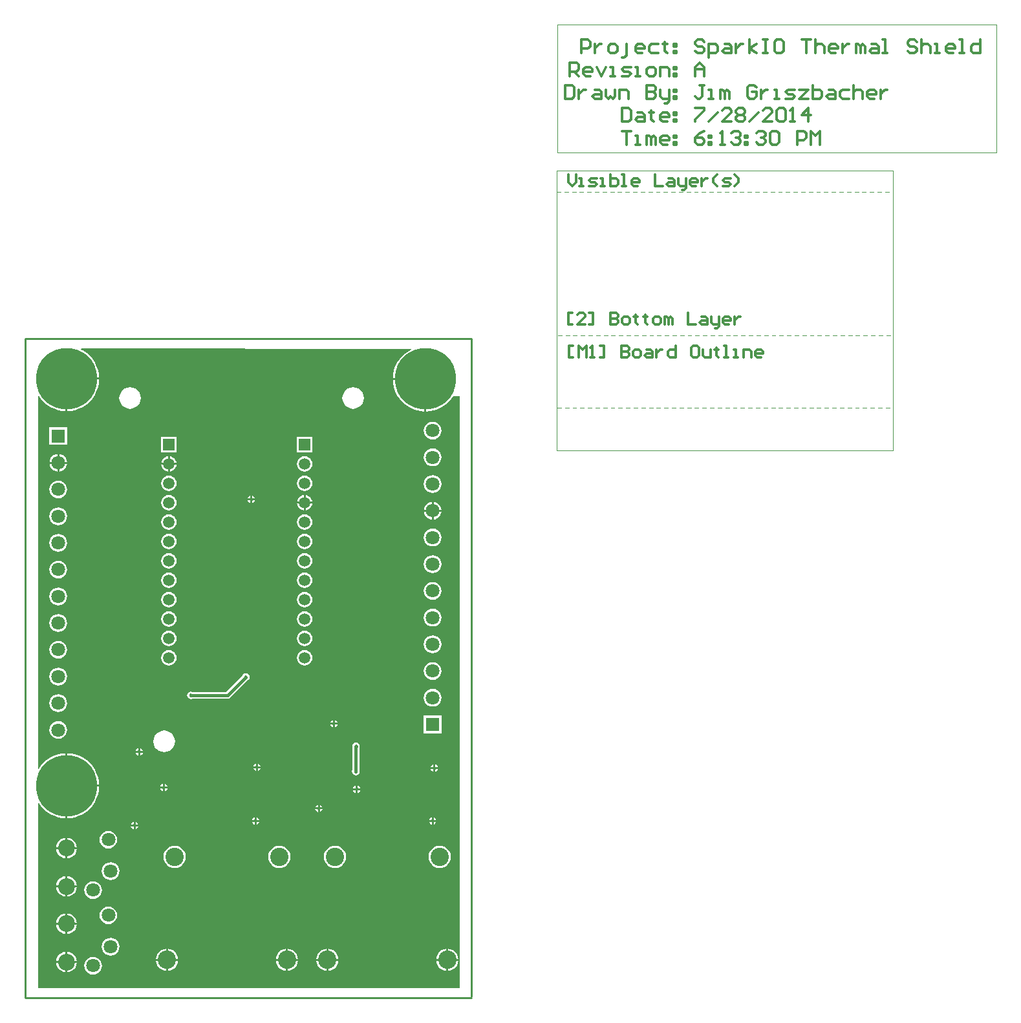
<source format=gbl>
%FSLAX25Y25*%
%MOIN*%
G70*
G01*
G75*
G04 Layer_Physical_Order=2*
G04 Layer_Color=16711680*
%ADD10R,0.02559X0.03740*%
G04:AMPARAMS|DCode=11|XSize=37.4mil|YSize=25.59mil|CornerRadius=6.4mil|HoleSize=0mil|Usage=FLASHONLY|Rotation=270.000|XOffset=0mil|YOffset=0mil|HoleType=Round|Shape=RoundedRectangle|*
%AMROUNDEDRECTD11*
21,1,0.03740,0.01280,0,0,270.0*
21,1,0.02461,0.02559,0,0,270.0*
1,1,0.01280,-0.00640,-0.01230*
1,1,0.01280,-0.00640,0.01230*
1,1,0.01280,0.00640,0.01230*
1,1,0.01280,0.00640,-0.01230*
%
%ADD11ROUNDEDRECTD11*%
%ADD12O,0.02362X0.07480*%
%ADD13R,0.03900X0.04300*%
%ADD14C,0.04000*%
%ADD15R,0.04300X0.03900*%
%ADD16C,0.01000*%
%ADD17C,0.01500*%
%ADD18C,0.02000*%
%ADD19C,0.01200*%
%ADD20C,0.00394*%
%ADD21C,0.07087*%
%ADD22R,0.07087X0.07087*%
%ADD23C,0.09449*%
%ADD24C,0.05906*%
%ADD25R,0.05906X0.05906*%
%ADD26C,0.08661*%
%ADD27C,0.31496*%
%ADD28C,0.01800*%
G36*
X409929Y427401D02*
X410043Y426914D01*
X408891Y426346D01*
X407066Y425127D01*
X405415Y423679D01*
X403968Y422028D01*
X402748Y420203D01*
X401777Y418234D01*
X401071Y416155D01*
X400643Y414002D01*
X400532Y412311D01*
X417283D01*
Y411811D01*
X417783D01*
Y395060D01*
X419474Y395171D01*
X421627Y395599D01*
X423706Y396305D01*
X425675Y397276D01*
X427501Y398495D01*
X429151Y399943D01*
X430599Y401594D01*
X431616Y403116D01*
X434966Y403087D01*
X434900Y389900D01*
X434900Y389900D01*
X435000Y389859D01*
Y97500D01*
X217500D01*
Y193102D01*
X217979Y193247D01*
X218968Y191767D01*
X220415Y190116D01*
X222066Y188669D01*
X223891Y187449D01*
X225861Y186478D01*
X227939Y185772D01*
X230093Y185344D01*
X231784Y185233D01*
Y201984D01*
Y218735D01*
X230093Y218624D01*
X227939Y218196D01*
X225861Y217491D01*
X223891Y216519D01*
X222066Y215300D01*
X220415Y213852D01*
X218968Y212201D01*
X217979Y210721D01*
X217500Y210866D01*
Y403102D01*
X217979Y403247D01*
X218968Y401767D01*
X220415Y400116D01*
X222066Y398669D01*
X223891Y397449D01*
X225861Y396478D01*
X227939Y395772D01*
X230093Y395344D01*
X231784Y395233D01*
Y411984D01*
X232283D01*
Y412484D01*
X249035D01*
X248924Y414175D01*
X248496Y416328D01*
X247790Y418407D01*
X246819Y420376D01*
X245599Y422202D01*
X244151Y423852D01*
X242501Y425300D01*
X240675Y426520D01*
X239698Y427002D01*
X239812Y427489D01*
X409929Y427401D01*
D02*
G37*
%LPC*%
G36*
X420500Y185738D02*
X420259Y185690D01*
X419630Y185270D01*
X419210Y184641D01*
X419162Y184400D01*
X420500D01*
Y185738D01*
D02*
G37*
G36*
X330200D02*
Y184400D01*
X331538D01*
X331490Y184641D01*
X331070Y185270D01*
X330441Y185690D01*
X330200Y185738D01*
D02*
G37*
G36*
X422838Y183400D02*
X421500D01*
Y182062D01*
X421741Y182110D01*
X422370Y182530D01*
X422790Y183159D01*
X422838Y183400D01*
D02*
G37*
G36*
X329200Y185738D02*
X328959Y185690D01*
X328330Y185270D01*
X327910Y184641D01*
X327862Y184400D01*
X329200D01*
Y185738D01*
D02*
G37*
G36*
X421500D02*
Y184400D01*
X422838D01*
X422790Y184641D01*
X422370Y185270D01*
X421741Y185690D01*
X421500Y185738D01*
D02*
G37*
G36*
X364138Y189800D02*
X362800D01*
Y188462D01*
X363041Y188510D01*
X363670Y188930D01*
X364090Y189559D01*
X364138Y189800D01*
D02*
G37*
G36*
X361800Y192138D02*
X361559Y192090D01*
X360930Y191670D01*
X360510Y191041D01*
X360462Y190800D01*
X361800D01*
Y192138D01*
D02*
G37*
G36*
X249035Y201484D02*
X232784D01*
Y185233D01*
X234474Y185344D01*
X236628Y185772D01*
X238706Y186478D01*
X240675Y187449D01*
X242501Y188669D01*
X244151Y190116D01*
X245599Y191767D01*
X246819Y193592D01*
X247790Y195561D01*
X248496Y197640D01*
X248924Y199793D01*
X249035Y201484D01*
D02*
G37*
G36*
X361800Y189800D02*
X360462D01*
X360510Y189559D01*
X360930Y188930D01*
X361559Y188510D01*
X361800Y188462D01*
Y189800D01*
D02*
G37*
G36*
X420500Y183400D02*
X419162D01*
X419210Y183159D01*
X419630Y182530D01*
X420259Y182110D01*
X420500Y182062D01*
Y183400D01*
D02*
G37*
G36*
X232665Y175122D02*
Y170311D01*
X237476D01*
X237359Y171203D01*
X236822Y172499D01*
X235967Y173613D01*
X234854Y174467D01*
X233557Y175004D01*
X232665Y175122D01*
D02*
G37*
G36*
X266800Y181000D02*
X265462D01*
X265510Y180759D01*
X265930Y180130D01*
X266559Y179710D01*
X266800Y179662D01*
Y181000D01*
D02*
G37*
G36*
X253819Y178724D02*
X252633Y178568D01*
X251528Y178110D01*
X250579Y177382D01*
X249850Y176433D01*
X249393Y175328D01*
X249236Y174142D01*
X249393Y172956D01*
X249850Y171851D01*
X250579Y170901D01*
X251528Y170173D01*
X252633Y169715D01*
X253819Y169559D01*
X255005Y169715D01*
X256110Y170173D01*
X257059Y170901D01*
X257787Y171851D01*
X258245Y172956D01*
X258401Y174142D01*
X258245Y175328D01*
X257787Y176433D01*
X257059Y177382D01*
X256110Y178110D01*
X255005Y178568D01*
X253819Y178724D01*
D02*
G37*
G36*
X231665Y175122D02*
X230774Y175004D01*
X229477Y174467D01*
X228363Y173613D01*
X227509Y172499D01*
X226972Y171203D01*
X226854Y170311D01*
X231665D01*
Y175122D01*
D02*
G37*
G36*
X269138Y181000D02*
X267800D01*
Y179662D01*
X268041Y179710D01*
X268670Y180130D01*
X269090Y180759D01*
X269138Y181000D01*
D02*
G37*
G36*
X329200Y183400D02*
X327862D01*
X327910Y183159D01*
X328330Y182530D01*
X328959Y182110D01*
X329200Y182062D01*
Y183400D01*
D02*
G37*
G36*
X331538D02*
X330200D01*
Y182062D01*
X330441Y182110D01*
X331070Y182530D01*
X331490Y183159D01*
X331538Y183400D01*
D02*
G37*
G36*
X266800Y183338D02*
X266559Y183290D01*
X265930Y182870D01*
X265510Y182241D01*
X265462Y182000D01*
X266800D01*
Y183338D01*
D02*
G37*
G36*
X267800D02*
Y182000D01*
X269138D01*
X269090Y182241D01*
X268670Y182870D01*
X268041Y183290D01*
X267800Y183338D01*
D02*
G37*
G36*
X423738Y210600D02*
X422400D01*
Y209262D01*
X422641Y209310D01*
X423270Y209730D01*
X423690Y210359D01*
X423738Y210600D01*
D02*
G37*
G36*
X329900Y211100D02*
X328562D01*
X328610Y210859D01*
X329030Y210230D01*
X329659Y209810D01*
X329900Y209762D01*
Y211100D01*
D02*
G37*
G36*
X381500Y224337D02*
X380759Y224190D01*
X380130Y223770D01*
X379710Y223141D01*
X379563Y222400D01*
X379616Y222134D01*
Y210150D01*
X379610Y210141D01*
X379463Y209400D01*
X379610Y208659D01*
X380030Y208030D01*
X380659Y207610D01*
X381400Y207463D01*
X382141Y207610D01*
X382770Y208030D01*
X383190Y208659D01*
X383337Y209400D01*
X383190Y210141D01*
X383184Y210150D01*
Y221501D01*
X383290Y221659D01*
X383437Y222400D01*
X383290Y223141D01*
X382870Y223770D01*
X382241Y224190D01*
X381500Y224337D01*
D02*
G37*
G36*
X421400Y210600D02*
X420062D01*
X420110Y210359D01*
X420530Y209730D01*
X421159Y209310D01*
X421400Y209262D01*
Y210600D01*
D02*
G37*
G36*
X332238Y211100D02*
X330900D01*
Y209762D01*
X331141Y209810D01*
X331770Y210230D01*
X332190Y210859D01*
X332238Y211100D01*
D02*
G37*
G36*
X329900Y213438D02*
X329659Y213390D01*
X329030Y212970D01*
X328610Y212341D01*
X328562Y212100D01*
X329900D01*
Y213438D01*
D02*
G37*
G36*
X330900D02*
Y212100D01*
X332238D01*
X332190Y212341D01*
X331770Y212970D01*
X331141Y213390D01*
X330900Y213438D01*
D02*
G37*
G36*
X421400Y212938D02*
X421159Y212890D01*
X420530Y212470D01*
X420110Y211841D01*
X420062Y211600D01*
X421400D01*
Y212938D01*
D02*
G37*
G36*
X422400D02*
Y211600D01*
X423738D01*
X423690Y211841D01*
X423270Y212470D01*
X422641Y212890D01*
X422400Y212938D01*
D02*
G37*
G36*
X232784Y218735D02*
Y202484D01*
X249035D01*
X248924Y204175D01*
X248496Y206328D01*
X247790Y208407D01*
X246819Y210376D01*
X245599Y212201D01*
X244151Y213852D01*
X242501Y215300D01*
X240675Y216519D01*
X238706Y217491D01*
X236628Y218196D01*
X234474Y218624D01*
X232784Y218735D01*
D02*
G37*
G36*
X383638Y199700D02*
X382300D01*
Y198362D01*
X382541Y198410D01*
X383170Y198830D01*
X383590Y199459D01*
X383638Y199700D01*
D02*
G37*
G36*
X281900Y200600D02*
X280562D01*
X280610Y200359D01*
X281030Y199730D01*
X281659Y199310D01*
X281900Y199262D01*
Y200600D01*
D02*
G37*
G36*
X362800Y192138D02*
Y190800D01*
X364138D01*
X364090Y191041D01*
X363670Y191670D01*
X363041Y192090D01*
X362800Y192138D01*
D02*
G37*
G36*
X381300Y199700D02*
X379962D01*
X380010Y199459D01*
X380430Y198830D01*
X381059Y198410D01*
X381300Y198362D01*
Y199700D01*
D02*
G37*
G36*
X284238Y200600D02*
X282900D01*
Y199262D01*
X283141Y199310D01*
X283770Y199730D01*
X284190Y200359D01*
X284238Y200600D01*
D02*
G37*
G36*
X281900Y202938D02*
X281659Y202890D01*
X281030Y202470D01*
X280610Y201841D01*
X280562Y201600D01*
X281900D01*
Y202938D01*
D02*
G37*
G36*
X282900D02*
Y201600D01*
X284238D01*
X284190Y201841D01*
X283770Y202470D01*
X283141Y202890D01*
X282900Y202938D01*
D02*
G37*
G36*
X381300Y202038D02*
X381059Y201990D01*
X380430Y201570D01*
X380010Y200941D01*
X379962Y200700D01*
X381300D01*
Y202038D01*
D02*
G37*
G36*
X382300D02*
Y200700D01*
X383638D01*
X383590Y200941D01*
X383170Y201570D01*
X382541Y201990D01*
X382300Y202038D01*
D02*
G37*
G36*
X237476Y169311D02*
X232665D01*
Y164500D01*
X233557Y164618D01*
X234854Y165155D01*
X235967Y166009D01*
X236822Y167123D01*
X237359Y168419D01*
X237476Y169311D01*
D02*
G37*
G36*
X232665Y116437D02*
Y111626D01*
X237476D01*
X237359Y112518D01*
X236822Y113814D01*
X235967Y114928D01*
X234854Y115782D01*
X233557Y116320D01*
X232665Y116437D01*
D02*
G37*
G36*
X283555Y117913D02*
X282561Y117782D01*
X281168Y117205D01*
X279972Y116287D01*
X279055Y115092D01*
X278478Y113699D01*
X278347Y112705D01*
X283555D01*
Y117913D01*
D02*
G37*
G36*
X434251Y111705D02*
X429043D01*
Y106497D01*
X430038Y106628D01*
X431430Y107204D01*
X432626Y108122D01*
X433544Y109318D01*
X434120Y110710D01*
X434251Y111705D01*
D02*
G37*
G36*
X231665Y116437D02*
X230774Y116320D01*
X229477Y115782D01*
X228363Y114928D01*
X227509Y113814D01*
X226972Y112518D01*
X226854Y111626D01*
X231665D01*
Y116437D01*
D02*
G37*
G36*
X284555Y117913D02*
Y112705D01*
X289763D01*
X289632Y113699D01*
X289055Y115092D01*
X288138Y116287D01*
X286942Y117205D01*
X285549Y117782D01*
X284555Y117913D01*
D02*
G37*
G36*
X366232D02*
X365238Y117782D01*
X363845Y117205D01*
X362650Y116287D01*
X361732Y115092D01*
X361155Y113699D01*
X361024Y112705D01*
X366232D01*
Y117913D01*
D02*
G37*
G36*
X367232D02*
Y112705D01*
X372440D01*
X372309Y113699D01*
X371733Y115092D01*
X370815Y116287D01*
X369619Y117205D01*
X368227Y117782D01*
X367232Y117913D01*
D02*
G37*
G36*
X345366D02*
X344372Y117782D01*
X342979Y117205D01*
X341783Y116287D01*
X340866Y115092D01*
X340289Y113699D01*
X340158Y112705D01*
X345366D01*
Y117913D01*
D02*
G37*
G36*
X346366D02*
Y112705D01*
X351574D01*
X351443Y113699D01*
X350866Y115092D01*
X349949Y116287D01*
X348753Y117205D01*
X347360Y117782D01*
X346366Y117913D01*
D02*
G37*
G36*
X428043Y111705D02*
X422835D01*
X422966Y110710D01*
X423543Y109318D01*
X424461Y108122D01*
X425656Y107204D01*
X427049Y106628D01*
X428043Y106497D01*
Y111705D01*
D02*
G37*
G36*
X237476Y110626D02*
X232665D01*
Y105815D01*
X233557Y105932D01*
X234854Y106470D01*
X235967Y107324D01*
X236822Y108438D01*
X237359Y109734D01*
X237476Y110626D01*
D02*
G37*
G36*
X283555Y111705D02*
X278347D01*
X278478Y110710D01*
X279055Y109318D01*
X279972Y108122D01*
X281168Y107204D01*
X282561Y106628D01*
X283555Y106497D01*
Y111705D01*
D02*
G37*
G36*
X245945Y113740D02*
X244759Y113584D01*
X243654Y113126D01*
X242705Y112398D01*
X241976Y111449D01*
X241518Y110344D01*
X241362Y109158D01*
X241518Y107971D01*
X241976Y106866D01*
X242705Y105917D01*
X243654Y105189D01*
X244759Y104731D01*
X245945Y104575D01*
X247131Y104731D01*
X248236Y105189D01*
X249185Y105917D01*
X249913Y106866D01*
X250371Y107971D01*
X250527Y109158D01*
X250371Y110344D01*
X249913Y111449D01*
X249185Y112398D01*
X248236Y113126D01*
X247131Y113584D01*
X245945Y113740D01*
D02*
G37*
G36*
X231665Y110626D02*
X226854D01*
X226972Y109734D01*
X227509Y108438D01*
X228363Y107324D01*
X229477Y106470D01*
X230774Y105932D01*
X231665Y105815D01*
Y110626D01*
D02*
G37*
G36*
X289763Y111705D02*
X284555D01*
Y106497D01*
X285549Y106628D01*
X286942Y107204D01*
X288138Y108122D01*
X289055Y109318D01*
X289632Y110710D01*
X289763Y111705D01*
D02*
G37*
G36*
X366232D02*
X361024D01*
X361155Y110710D01*
X361732Y109318D01*
X362650Y108122D01*
X363845Y107204D01*
X365238Y106628D01*
X366232Y106497D01*
Y111705D01*
D02*
G37*
G36*
X372440D02*
X367232D01*
Y106497D01*
X368227Y106628D01*
X369619Y107204D01*
X370815Y108122D01*
X371733Y109318D01*
X372309Y110710D01*
X372440Y111705D01*
D02*
G37*
G36*
X345366D02*
X340158D01*
X340289Y110710D01*
X340866Y109318D01*
X341783Y108122D01*
X342979Y107204D01*
X344372Y106628D01*
X345366Y106497D01*
Y111705D01*
D02*
G37*
G36*
X351574D02*
X346366D01*
Y106497D01*
X347360Y106628D01*
X348753Y107204D01*
X349949Y108122D01*
X350866Y109318D01*
X351443Y110710D01*
X351574Y111705D01*
D02*
G37*
G36*
X232665Y155437D02*
Y150626D01*
X237476D01*
X237359Y151518D01*
X236822Y152814D01*
X235967Y153928D01*
X234854Y154782D01*
X233557Y155319D01*
X232665Y155437D01*
D02*
G37*
G36*
X255000Y162583D02*
X253814Y162426D01*
X252709Y161969D01*
X251760Y161240D01*
X251031Y160291D01*
X250574Y159186D01*
X250417Y158000D01*
X250574Y156814D01*
X251031Y155709D01*
X251760Y154760D01*
X252709Y154031D01*
X253814Y153574D01*
X255000Y153418D01*
X256186Y153574D01*
X257291Y154031D01*
X258240Y154760D01*
X258969Y155709D01*
X259426Y156814D01*
X259582Y158000D01*
X259426Y159186D01*
X258969Y160291D01*
X258240Y161240D01*
X257291Y161969D01*
X256186Y162426D01*
X255000Y162583D01*
D02*
G37*
G36*
X237476Y149626D02*
X232665D01*
Y144815D01*
X233557Y144932D01*
X234854Y145470D01*
X235967Y146324D01*
X236822Y147438D01*
X237359Y148734D01*
X237476Y149626D01*
D02*
G37*
G36*
X231665Y155437D02*
X230774Y155319D01*
X229477Y154782D01*
X228363Y153928D01*
X227509Y152814D01*
X226972Y151518D01*
X226854Y150626D01*
X231665D01*
Y155437D01*
D02*
G37*
G36*
X287992Y171128D02*
X286498Y170931D01*
X285105Y170355D01*
X283909Y169437D01*
X282992Y168241D01*
X282415Y166849D01*
X282218Y165354D01*
X282415Y163860D01*
X282992Y162467D01*
X283909Y161272D01*
X285105Y160354D01*
X286498Y159777D01*
X287992Y159581D01*
X289487Y159777D01*
X290879Y160354D01*
X292075Y161272D01*
X292992Y162467D01*
X293569Y163860D01*
X293766Y165354D01*
X293569Y166849D01*
X292992Y168241D01*
X292075Y169437D01*
X290879Y170355D01*
X289487Y170931D01*
X287992Y171128D01*
D02*
G37*
G36*
X424606D02*
X423112Y170931D01*
X421719Y170355D01*
X420524Y169437D01*
X419606Y168241D01*
X419029Y166849D01*
X418832Y165354D01*
X419029Y163860D01*
X419606Y162467D01*
X420524Y161272D01*
X421719Y160354D01*
X423112Y159777D01*
X424606Y159581D01*
X426101Y159777D01*
X427493Y160354D01*
X428689Y161272D01*
X429607Y162467D01*
X430183Y163860D01*
X430380Y165354D01*
X430183Y166849D01*
X429607Y168241D01*
X428689Y169437D01*
X427493Y170355D01*
X426101Y170931D01*
X424606Y171128D01*
D02*
G37*
G36*
X231665Y169311D02*
X226854D01*
X226972Y168419D01*
X227509Y167123D01*
X228363Y166009D01*
X229477Y165155D01*
X230774Y164618D01*
X231665Y164500D01*
Y169311D01*
D02*
G37*
G36*
X341929Y171128D02*
X340435Y170931D01*
X339042Y170355D01*
X337846Y169437D01*
X336929Y168241D01*
X336352Y166849D01*
X336155Y165354D01*
X336352Y163860D01*
X336929Y162467D01*
X337846Y161272D01*
X339042Y160354D01*
X340435Y159777D01*
X341929Y159581D01*
X343424Y159777D01*
X344816Y160354D01*
X346012Y161272D01*
X346929Y162467D01*
X347506Y163860D01*
X347703Y165354D01*
X347506Y166849D01*
X346929Y168241D01*
X346012Y169437D01*
X344816Y170355D01*
X343424Y170931D01*
X341929Y171128D01*
D02*
G37*
G36*
X370669D02*
X369175Y170931D01*
X367782Y170355D01*
X366587Y169437D01*
X365669Y168241D01*
X365092Y166849D01*
X364896Y165354D01*
X365092Y163860D01*
X365669Y162467D01*
X366587Y161272D01*
X367782Y160354D01*
X369175Y159777D01*
X370669Y159581D01*
X372164Y159777D01*
X373556Y160354D01*
X374752Y161272D01*
X375670Y162467D01*
X376246Y163860D01*
X376443Y165354D01*
X376246Y166849D01*
X375670Y168241D01*
X374752Y169437D01*
X373556Y170355D01*
X372164Y170931D01*
X370669Y171128D01*
D02*
G37*
G36*
X231665Y149626D02*
X226854D01*
X226972Y148734D01*
X227509Y147438D01*
X228363Y146324D01*
X229477Y145470D01*
X230774Y144932D01*
X231665Y144815D01*
Y149626D01*
D02*
G37*
G36*
X255000Y123582D02*
X253814Y123426D01*
X252709Y122969D01*
X251760Y122240D01*
X251031Y121291D01*
X250574Y120186D01*
X250417Y119000D01*
X250574Y117814D01*
X251031Y116709D01*
X251760Y115760D01*
X252709Y115031D01*
X253814Y114574D01*
X255000Y114418D01*
X256186Y114574D01*
X257291Y115031D01*
X258240Y115760D01*
X258969Y116709D01*
X259426Y117814D01*
X259582Y119000D01*
X259426Y120186D01*
X258969Y121291D01*
X258240Y122240D01*
X257291Y122969D01*
X256186Y123426D01*
X255000Y123582D01*
D02*
G37*
G36*
X231665Y130311D02*
X226854D01*
X226972Y129419D01*
X227509Y128123D01*
X228363Y127009D01*
X229477Y126155D01*
X230774Y125618D01*
X231665Y125500D01*
Y130311D01*
D02*
G37*
G36*
X428043Y117913D02*
X427049Y117782D01*
X425656Y117205D01*
X424461Y116287D01*
X423543Y115092D01*
X422966Y113699D01*
X422835Y112705D01*
X428043D01*
Y117913D01*
D02*
G37*
G36*
X429043D02*
Y112705D01*
X434251D01*
X434120Y113699D01*
X433544Y115092D01*
X432626Y116287D01*
X431430Y117205D01*
X430038Y117782D01*
X429043Y117913D01*
D02*
G37*
G36*
X237476Y130311D02*
X232665D01*
Y125500D01*
X233557Y125618D01*
X234854Y126155D01*
X235967Y127009D01*
X236822Y128123D01*
X237359Y129419D01*
X237476Y130311D01*
D02*
G37*
G36*
X232665Y136122D02*
Y131311D01*
X237476D01*
X237359Y132203D01*
X236822Y133499D01*
X235967Y134613D01*
X234854Y135467D01*
X233557Y136004D01*
X232665Y136122D01*
D02*
G37*
G36*
X245945Y152740D02*
X244759Y152584D01*
X243654Y152126D01*
X242705Y151398D01*
X241976Y150449D01*
X241518Y149344D01*
X241362Y148158D01*
X241518Y146971D01*
X241976Y145866D01*
X242705Y144917D01*
X243654Y144189D01*
X244759Y143731D01*
X245945Y143575D01*
X247131Y143731D01*
X248236Y144189D01*
X249185Y144917D01*
X249913Y145866D01*
X250371Y146971D01*
X250527Y148158D01*
X250371Y149344D01*
X249913Y150449D01*
X249185Y151398D01*
X248236Y152126D01*
X247131Y152584D01*
X245945Y152740D01*
D02*
G37*
G36*
X253819Y139724D02*
X252633Y139568D01*
X251528Y139110D01*
X250579Y138382D01*
X249850Y137433D01*
X249393Y136328D01*
X249236Y135142D01*
X249393Y133956D01*
X249850Y132851D01*
X250579Y131901D01*
X251528Y131173D01*
X252633Y130715D01*
X253819Y130559D01*
X255005Y130715D01*
X256110Y131173D01*
X257059Y131901D01*
X257787Y132851D01*
X258245Y133956D01*
X258401Y135142D01*
X258245Y136328D01*
X257787Y137433D01*
X257059Y138382D01*
X256110Y139110D01*
X255005Y139568D01*
X253819Y139724D01*
D02*
G37*
G36*
X231665Y136122D02*
X230774Y136004D01*
X229477Y135467D01*
X228363Y134613D01*
X227509Y133499D01*
X226972Y132203D01*
X226854Y131311D01*
X231665D01*
Y136122D01*
D02*
G37*
G36*
X269200Y219000D02*
X267862D01*
X267910Y218759D01*
X268330Y218130D01*
X268959Y217710D01*
X269200Y217662D01*
Y219000D01*
D02*
G37*
G36*
X354500Y351921D02*
X353968Y351851D01*
X353007Y351453D01*
X352181Y350819D01*
X351547Y349993D01*
X351149Y349032D01*
X351079Y348500D01*
X354500D01*
Y351921D01*
D02*
G37*
G36*
X355500D02*
Y348500D01*
X358921D01*
X358851Y349032D01*
X358453Y349993D01*
X357819Y350819D01*
X356993Y351453D01*
X356032Y351851D01*
X355500Y351921D01*
D02*
G37*
G36*
X327000Y349200D02*
X325662D01*
X325710Y348959D01*
X326130Y348330D01*
X326759Y347910D01*
X327000Y347862D01*
Y349200D01*
D02*
G37*
G36*
X329338D02*
X328000D01*
Y347862D01*
X328241Y347910D01*
X328870Y348330D01*
X329290Y348959D01*
X329338Y349200D01*
D02*
G37*
G36*
X327000Y351538D02*
X326759Y351490D01*
X326130Y351070D01*
X325710Y350441D01*
X325662Y350200D01*
X327000D01*
Y351538D01*
D02*
G37*
G36*
X421000Y362228D02*
X419814Y362072D01*
X418709Y361614D01*
X417760Y360886D01*
X417031Y359937D01*
X416574Y358832D01*
X416418Y357646D01*
X416574Y356460D01*
X417031Y355354D01*
X417760Y354405D01*
X418709Y353677D01*
X419814Y353219D01*
X421000Y353063D01*
X422186Y353219D01*
X423291Y353677D01*
X424240Y354405D01*
X424969Y355354D01*
X425426Y356460D01*
X425583Y357646D01*
X425426Y358832D01*
X424969Y359937D01*
X424240Y360886D01*
X423291Y361614D01*
X422186Y362072D01*
X421000Y362228D01*
D02*
G37*
G36*
X285000Y361987D02*
X283968Y361851D01*
X283007Y361453D01*
X282181Y360819D01*
X281547Y359993D01*
X281149Y359032D01*
X281013Y358000D01*
X281149Y356968D01*
X281547Y356007D01*
X282181Y355181D01*
X283007Y354547D01*
X283968Y354149D01*
X285000Y354013D01*
X286032Y354149D01*
X286993Y354547D01*
X287819Y355181D01*
X288453Y356007D01*
X288851Y356968D01*
X288987Y358000D01*
X288851Y359032D01*
X288453Y359993D01*
X287819Y360819D01*
X286993Y361453D01*
X286032Y361851D01*
X285000Y361987D01*
D02*
G37*
G36*
X328000Y351538D02*
Y350200D01*
X329338D01*
X329290Y350441D01*
X328870Y351070D01*
X328241Y351490D01*
X328000Y351538D01*
D02*
G37*
G36*
X228000Y359394D02*
X226814Y359237D01*
X225709Y358780D01*
X224760Y358051D01*
X224031Y357102D01*
X223574Y355997D01*
X223417Y354811D01*
X223574Y353625D01*
X224031Y352520D01*
X224760Y351571D01*
X225709Y350842D01*
X226814Y350385D01*
X228000Y350229D01*
X229186Y350385D01*
X230291Y350842D01*
X231240Y351571D01*
X231969Y352520D01*
X232426Y353625D01*
X232582Y354811D01*
X232426Y355997D01*
X231969Y357102D01*
X231240Y358051D01*
X230291Y358780D01*
X229186Y359237D01*
X228000Y359394D01*
D02*
G37*
G36*
X421500Y348383D02*
Y344366D01*
X425517D01*
X425426Y345052D01*
X424969Y346157D01*
X424240Y347107D01*
X423291Y347835D01*
X422186Y348292D01*
X421500Y348383D01*
D02*
G37*
G36*
X228000Y345614D02*
X226814Y345458D01*
X225709Y345000D01*
X224760Y344272D01*
X224031Y343323D01*
X223574Y342217D01*
X223417Y341032D01*
X223574Y339845D01*
X224031Y338740D01*
X224760Y337791D01*
X225709Y337063D01*
X226814Y336605D01*
X228000Y336449D01*
X229186Y336605D01*
X230291Y337063D01*
X231240Y337791D01*
X231969Y338740D01*
X232426Y339845D01*
X232582Y341032D01*
X232426Y342217D01*
X231969Y343323D01*
X231240Y344272D01*
X230291Y345000D01*
X229186Y345458D01*
X228000Y345614D01*
D02*
G37*
G36*
X420500Y343366D02*
X416483D01*
X416574Y342680D01*
X417031Y341575D01*
X417760Y340626D01*
X418709Y339898D01*
X419814Y339440D01*
X420500Y339350D01*
Y343366D01*
D02*
G37*
G36*
X285000Y341987D02*
X283968Y341851D01*
X283007Y341453D01*
X282181Y340819D01*
X281547Y339993D01*
X281149Y339032D01*
X281013Y338000D01*
X281149Y336968D01*
X281547Y336007D01*
X282181Y335181D01*
X283007Y334547D01*
X283968Y334149D01*
X285000Y334013D01*
X286032Y334149D01*
X286993Y334547D01*
X287819Y335181D01*
X288453Y336007D01*
X288851Y336968D01*
X288987Y338000D01*
X288851Y339032D01*
X288453Y339993D01*
X287819Y340819D01*
X286993Y341453D01*
X286032Y341851D01*
X285000Y341987D01*
D02*
G37*
G36*
X355000D02*
X353968Y341851D01*
X353007Y341453D01*
X352181Y340819D01*
X351547Y339993D01*
X351149Y339032D01*
X351013Y338000D01*
X351149Y336968D01*
X351547Y336007D01*
X352181Y335181D01*
X353007Y334547D01*
X353968Y334149D01*
X355000Y334013D01*
X356032Y334149D01*
X356993Y334547D01*
X357819Y335181D01*
X358453Y336007D01*
X358851Y336968D01*
X358987Y338000D01*
X358851Y339032D01*
X358453Y339993D01*
X357819Y340819D01*
X356993Y341453D01*
X356032Y341851D01*
X355000Y341987D01*
D02*
G37*
G36*
X425517Y343366D02*
X421500D01*
Y339350D01*
X422186Y339440D01*
X423291Y339898D01*
X424240Y340626D01*
X424969Y341575D01*
X425426Y342680D01*
X425517Y343366D01*
D02*
G37*
G36*
X358921Y347500D02*
X355500D01*
Y344079D01*
X356032Y344149D01*
X356993Y344547D01*
X357819Y345181D01*
X358453Y346007D01*
X358851Y346968D01*
X358921Y347500D01*
D02*
G37*
G36*
X420500Y348383D02*
X419814Y348292D01*
X418709Y347835D01*
X417760Y347107D01*
X417031Y346157D01*
X416574Y345052D01*
X416483Y344366D01*
X420500D01*
Y348383D01*
D02*
G37*
G36*
X285000Y351987D02*
X283968Y351851D01*
X283007Y351453D01*
X282181Y350819D01*
X281547Y349993D01*
X281149Y349032D01*
X281013Y348000D01*
X281149Y346968D01*
X281547Y346007D01*
X282181Y345181D01*
X283007Y344547D01*
X283968Y344149D01*
X285000Y344013D01*
X286032Y344149D01*
X286993Y344547D01*
X287819Y345181D01*
X288453Y346007D01*
X288851Y346968D01*
X288987Y348000D01*
X288851Y349032D01*
X288453Y349993D01*
X287819Y350819D01*
X286993Y351453D01*
X286032Y351851D01*
X285000Y351987D01*
D02*
G37*
G36*
X354500Y347500D02*
X351079D01*
X351149Y346968D01*
X351547Y346007D01*
X352181Y345181D01*
X353007Y344547D01*
X353968Y344149D01*
X354500Y344079D01*
Y347500D01*
D02*
G37*
G36*
X358953Y381953D02*
X351047D01*
Y374047D01*
X358953D01*
Y381953D01*
D02*
G37*
G36*
X232543Y386913D02*
X223457D01*
Y377827D01*
X232543D01*
Y386913D01*
D02*
G37*
G36*
X228500Y373107D02*
Y369091D01*
X232517D01*
X232426Y369777D01*
X231969Y370882D01*
X231240Y371831D01*
X230291Y372559D01*
X229186Y373017D01*
X228500Y373107D01*
D02*
G37*
G36*
X288953Y381953D02*
X281047D01*
Y374047D01*
X288953D01*
Y381953D01*
D02*
G37*
G36*
X421000Y389787D02*
X419814Y389631D01*
X418709Y389173D01*
X417760Y388445D01*
X417031Y387496D01*
X416574Y386391D01*
X416418Y385205D01*
X416574Y384019D01*
X417031Y382913D01*
X417760Y381964D01*
X418709Y381236D01*
X419814Y380778D01*
X421000Y380622D01*
X422186Y380778D01*
X423291Y381236D01*
X424240Y381964D01*
X424969Y382913D01*
X425426Y384019D01*
X425583Y385205D01*
X425426Y386391D01*
X424969Y387496D01*
X424240Y388445D01*
X423291Y389173D01*
X422186Y389631D01*
X421000Y389787D01*
D02*
G37*
G36*
X265000Y407579D02*
X263556Y407389D01*
X262211Y406831D01*
X261055Y405945D01*
X260169Y404789D01*
X259611Y403444D01*
X259421Y402000D01*
X259611Y400556D01*
X260169Y399211D01*
X261055Y398055D01*
X262211Y397169D01*
X263556Y396611D01*
X265000Y396421D01*
X266444Y396611D01*
X267789Y397169D01*
X268945Y398055D01*
X269831Y399211D01*
X270389Y400556D01*
X270579Y402000D01*
X270389Y403444D01*
X269831Y404789D01*
X268945Y405945D01*
X267789Y406831D01*
X266444Y407389D01*
X265000Y407579D01*
D02*
G37*
G36*
X380000D02*
X378556Y407389D01*
X377211Y406831D01*
X376055Y405945D01*
X375169Y404789D01*
X374611Y403444D01*
X374421Y402000D01*
X374611Y400556D01*
X375169Y399211D01*
X376055Y398055D01*
X377211Y397169D01*
X378556Y396611D01*
X380000Y396421D01*
X381444Y396611D01*
X382789Y397169D01*
X383945Y398055D01*
X384831Y399211D01*
X385389Y400556D01*
X385579Y402000D01*
X385389Y403444D01*
X384831Y404789D01*
X383945Y405945D01*
X382789Y406831D01*
X381444Y407389D01*
X380000Y407579D01*
D02*
G37*
G36*
X416783Y411311D02*
X400532D01*
X400643Y409620D01*
X401071Y407467D01*
X401777Y405388D01*
X402748Y403419D01*
X403968Y401594D01*
X405415Y399943D01*
X407066Y398495D01*
X408891Y397276D01*
X410860Y396305D01*
X412939Y395599D01*
X415093Y395171D01*
X416783Y395060D01*
Y411311D01*
D02*
G37*
G36*
X249035Y411484D02*
X232784D01*
Y395233D01*
X234474Y395344D01*
X236628Y395772D01*
X238706Y396478D01*
X240675Y397449D01*
X242501Y398669D01*
X244151Y400116D01*
X245599Y401767D01*
X246819Y403592D01*
X247790Y405561D01*
X248496Y407640D01*
X248924Y409794D01*
X249035Y411484D01*
D02*
G37*
G36*
X227500Y373107D02*
X226814Y373017D01*
X225709Y372559D01*
X224760Y371831D01*
X224031Y370882D01*
X223574Y369777D01*
X223483Y369091D01*
X227500D01*
Y373107D01*
D02*
G37*
G36*
Y368091D02*
X223483D01*
X223574Y367405D01*
X224031Y366299D01*
X224760Y365350D01*
X225709Y364622D01*
X226814Y364164D01*
X227500Y364074D01*
Y368091D01*
D02*
G37*
G36*
X232517D02*
X228500D01*
Y364074D01*
X229186Y364164D01*
X230291Y364622D01*
X231240Y365350D01*
X231969Y366299D01*
X232426Y367405D01*
X232517Y368091D01*
D02*
G37*
G36*
X355000Y361987D02*
X353968Y361851D01*
X353007Y361453D01*
X352181Y360819D01*
X351547Y359993D01*
X351149Y359032D01*
X351013Y358000D01*
X351149Y356968D01*
X351547Y356007D01*
X352181Y355181D01*
X353007Y354547D01*
X353968Y354149D01*
X355000Y354013D01*
X356032Y354149D01*
X356993Y354547D01*
X357819Y355181D01*
X358453Y356007D01*
X358851Y356968D01*
X358987Y358000D01*
X358851Y359032D01*
X358453Y359993D01*
X357819Y360819D01*
X356993Y361453D01*
X356032Y361851D01*
X355000Y361987D01*
D02*
G37*
G36*
Y371987D02*
X353968Y371851D01*
X353007Y371453D01*
X352181Y370819D01*
X351547Y369993D01*
X351149Y369032D01*
X351013Y368000D01*
X351149Y366968D01*
X351547Y366007D01*
X352181Y365181D01*
X353007Y364547D01*
X353968Y364149D01*
X355000Y364013D01*
X356032Y364149D01*
X356993Y364547D01*
X357819Y365181D01*
X358453Y366007D01*
X358851Y366968D01*
X358987Y368000D01*
X358851Y369032D01*
X358453Y369993D01*
X357819Y370819D01*
X356993Y371453D01*
X356032Y371851D01*
X355000Y371987D01*
D02*
G37*
G36*
X284500Y367500D02*
X281079D01*
X281149Y366968D01*
X281547Y366007D01*
X282181Y365181D01*
X283007Y364547D01*
X283968Y364149D01*
X284500Y364079D01*
Y367500D01*
D02*
G37*
G36*
Y371921D02*
X283968Y371851D01*
X283007Y371453D01*
X282181Y370819D01*
X281547Y369993D01*
X281149Y369032D01*
X281079Y368500D01*
X284500D01*
Y371921D01*
D02*
G37*
G36*
X285500D02*
Y368500D01*
X288921D01*
X288851Y369032D01*
X288453Y369993D01*
X287819Y370819D01*
X286993Y371453D01*
X286032Y371851D01*
X285500Y371921D01*
D02*
G37*
G36*
X288921Y367500D02*
X285500D01*
Y364079D01*
X286032Y364149D01*
X286993Y364547D01*
X287819Y365181D01*
X288453Y366007D01*
X288851Y366968D01*
X288921Y367500D01*
D02*
G37*
G36*
X421000Y376008D02*
X419814Y375852D01*
X418709Y375394D01*
X417760Y374665D01*
X417031Y373716D01*
X416574Y372611D01*
X416418Y371425D01*
X416574Y370239D01*
X417031Y369134D01*
X417760Y368185D01*
X418709Y367457D01*
X419814Y366999D01*
X421000Y366843D01*
X422186Y366999D01*
X423291Y367457D01*
X424240Y368185D01*
X424969Y369134D01*
X425426Y370239D01*
X425583Y371425D01*
X425426Y372611D01*
X424969Y373716D01*
X424240Y374665D01*
X423291Y375394D01*
X422186Y375852D01*
X421000Y376008D01*
D02*
G37*
G36*
Y334669D02*
X419814Y334513D01*
X418709Y334055D01*
X417760Y333327D01*
X417031Y332378D01*
X416574Y331273D01*
X416418Y330087D01*
X416574Y328901D01*
X417031Y327795D01*
X417760Y326846D01*
X418709Y326118D01*
X419814Y325660D01*
X421000Y325504D01*
X422186Y325660D01*
X423291Y326118D01*
X424240Y326846D01*
X424969Y327795D01*
X425426Y328901D01*
X425583Y330087D01*
X425426Y331273D01*
X424969Y332378D01*
X424240Y333327D01*
X423291Y334055D01*
X422186Y334513D01*
X421000Y334669D01*
D02*
G37*
G36*
X324700Y260037D02*
X323959Y259890D01*
X323330Y259470D01*
X322910Y258841D01*
X322908Y258832D01*
X314461Y250384D01*
X297149D01*
X297141Y250390D01*
X296400Y250537D01*
X295659Y250390D01*
X295030Y249970D01*
X294610Y249341D01*
X294463Y248600D01*
X294610Y247859D01*
X295030Y247230D01*
X295659Y246810D01*
X296400Y246663D01*
X297141Y246810D01*
X297149Y246816D01*
X315200D01*
X315883Y246952D01*
X316462Y247338D01*
X325432Y256308D01*
X325441Y256310D01*
X326070Y256730D01*
X326490Y257359D01*
X326637Y258100D01*
X326490Y258841D01*
X326070Y259470D01*
X325441Y259890D01*
X324700Y260037D01*
D02*
G37*
G36*
X228000Y262937D02*
X226814Y262781D01*
X225709Y262323D01*
X224760Y261595D01*
X224031Y260646D01*
X223574Y259540D01*
X223417Y258354D01*
X223574Y257168D01*
X224031Y256063D01*
X224760Y255114D01*
X225709Y254386D01*
X226814Y253928D01*
X228000Y253772D01*
X229186Y253928D01*
X230291Y254386D01*
X231240Y255114D01*
X231969Y256063D01*
X232426Y257168D01*
X232582Y258354D01*
X232426Y259540D01*
X231969Y260646D01*
X231240Y261595D01*
X230291Y262323D01*
X229186Y262781D01*
X228000Y262937D01*
D02*
G37*
G36*
Y249157D02*
X226814Y249001D01*
X225709Y248543D01*
X224760Y247815D01*
X224031Y246866D01*
X223574Y245761D01*
X223417Y244575D01*
X223574Y243389D01*
X224031Y242284D01*
X224760Y241335D01*
X225709Y240606D01*
X226814Y240148D01*
X228000Y239992D01*
X229186Y240148D01*
X230291Y240606D01*
X231240Y241335D01*
X231969Y242284D01*
X232426Y243389D01*
X232582Y244575D01*
X232426Y245761D01*
X231969Y246866D01*
X231240Y247815D01*
X230291Y248543D01*
X229186Y249001D01*
X228000Y249157D01*
D02*
G37*
G36*
X421000Y251992D02*
X419814Y251836D01*
X418709Y251378D01*
X417760Y250650D01*
X417031Y249701D01*
X416574Y248595D01*
X416418Y247410D01*
X416574Y246223D01*
X417031Y245118D01*
X417760Y244169D01*
X418709Y243441D01*
X419814Y242983D01*
X421000Y242827D01*
X422186Y242983D01*
X423291Y243441D01*
X424240Y244169D01*
X424969Y245118D01*
X425426Y246223D01*
X425583Y247410D01*
X425426Y248595D01*
X424969Y249701D01*
X424240Y250650D01*
X423291Y251378D01*
X422186Y251836D01*
X421000Y251992D01*
D02*
G37*
G36*
Y265772D02*
X419814Y265615D01*
X418709Y265158D01*
X417760Y264429D01*
X417031Y263480D01*
X416574Y262375D01*
X416418Y261189D01*
X416574Y260003D01*
X417031Y258898D01*
X417760Y257949D01*
X418709Y257220D01*
X419814Y256763D01*
X421000Y256607D01*
X422186Y256763D01*
X423291Y257220D01*
X424240Y257949D01*
X424969Y258898D01*
X425426Y260003D01*
X425583Y261189D01*
X425426Y262375D01*
X424969Y263480D01*
X424240Y264429D01*
X423291Y265158D01*
X422186Y265615D01*
X421000Y265772D01*
D02*
G37*
G36*
X228000Y276716D02*
X226814Y276560D01*
X225709Y276102D01*
X224760Y275374D01*
X224031Y274425D01*
X223574Y273320D01*
X223417Y272134D01*
X223574Y270948D01*
X224031Y269843D01*
X224760Y268894D01*
X225709Y268165D01*
X226814Y267707D01*
X228000Y267551D01*
X229186Y267707D01*
X230291Y268165D01*
X231240Y268894D01*
X231969Y269843D01*
X232426Y270948D01*
X232582Y272134D01*
X232426Y273320D01*
X231969Y274425D01*
X231240Y275374D01*
X230291Y276102D01*
X229186Y276560D01*
X228000Y276716D01*
D02*
G37*
G36*
X421000Y279551D02*
X419814Y279395D01*
X418709Y278937D01*
X417760Y278209D01*
X417031Y277260D01*
X416574Y276154D01*
X416418Y274969D01*
X416574Y273782D01*
X417031Y272677D01*
X417760Y271728D01*
X418709Y271000D01*
X419814Y270542D01*
X421000Y270386D01*
X422186Y270542D01*
X423291Y271000D01*
X424240Y271728D01*
X424969Y272677D01*
X425426Y273782D01*
X425583Y274969D01*
X425426Y276154D01*
X424969Y277260D01*
X424240Y278209D01*
X423291Y278937D01*
X422186Y279395D01*
X421000Y279551D01*
D02*
G37*
G36*
X285000Y271987D02*
X283968Y271851D01*
X283007Y271453D01*
X282181Y270819D01*
X281547Y269993D01*
X281149Y269032D01*
X281013Y268000D01*
X281149Y266968D01*
X281547Y266007D01*
X282181Y265181D01*
X283007Y264547D01*
X283968Y264149D01*
X285000Y264013D01*
X286032Y264149D01*
X286993Y264547D01*
X287819Y265181D01*
X288453Y266007D01*
X288851Y266968D01*
X288987Y268000D01*
X288851Y269032D01*
X288453Y269993D01*
X287819Y270819D01*
X286993Y271453D01*
X286032Y271851D01*
X285000Y271987D01*
D02*
G37*
G36*
X355000D02*
X353968Y271851D01*
X353007Y271453D01*
X352181Y270819D01*
X351547Y269993D01*
X351149Y269032D01*
X351013Y268000D01*
X351149Y266968D01*
X351547Y266007D01*
X352181Y265181D01*
X353007Y264547D01*
X353968Y264149D01*
X355000Y264013D01*
X356032Y264149D01*
X356993Y264547D01*
X357819Y265181D01*
X358453Y266007D01*
X358851Y266968D01*
X358987Y268000D01*
X358851Y269032D01*
X358453Y269993D01*
X357819Y270819D01*
X356993Y271453D01*
X356032Y271851D01*
X355000Y271987D01*
D02*
G37*
G36*
X370600Y235838D02*
Y234500D01*
X371938D01*
X371890Y234741D01*
X371470Y235370D01*
X370841Y235790D01*
X370600Y235838D01*
D02*
G37*
G36*
X269200Y221338D02*
X268959Y221290D01*
X268330Y220870D01*
X267910Y220241D01*
X267862Y220000D01*
X269200D01*
Y221338D01*
D02*
G37*
G36*
X270200D02*
Y220000D01*
X271538D01*
X271490Y220241D01*
X271070Y220870D01*
X270441Y221290D01*
X270200Y221338D01*
D02*
G37*
G36*
X271538Y219000D02*
X270200D01*
Y217662D01*
X270441Y217710D01*
X271070Y218130D01*
X271490Y218759D01*
X271538Y219000D01*
D02*
G37*
G36*
X282600Y230479D02*
X281156Y230289D01*
X279811Y229731D01*
X278655Y228845D01*
X277769Y227689D01*
X277211Y226344D01*
X277021Y224900D01*
X277211Y223456D01*
X277769Y222111D01*
X278655Y220955D01*
X279811Y220069D01*
X281156Y219511D01*
X282600Y219321D01*
X284044Y219511D01*
X285389Y220069D01*
X286545Y220955D01*
X287431Y222111D01*
X287989Y223456D01*
X288179Y224900D01*
X287989Y226344D01*
X287431Y227689D01*
X286545Y228845D01*
X285389Y229731D01*
X284044Y230289D01*
X282600Y230479D01*
D02*
G37*
G36*
X228000Y235378D02*
X226814Y235222D01*
X225709Y234764D01*
X224760Y234036D01*
X224031Y233086D01*
X223574Y231981D01*
X223417Y230795D01*
X223574Y229609D01*
X224031Y228504D01*
X224760Y227555D01*
X225709Y226827D01*
X226814Y226369D01*
X228000Y226213D01*
X229186Y226369D01*
X230291Y226827D01*
X231240Y227555D01*
X231969Y228504D01*
X232426Y229609D01*
X232582Y230795D01*
X232426Y231981D01*
X231969Y233086D01*
X231240Y234036D01*
X230291Y234764D01*
X229186Y235222D01*
X228000Y235378D01*
D02*
G37*
G36*
X371938Y233500D02*
X370600D01*
Y232162D01*
X370841Y232210D01*
X371470Y232630D01*
X371890Y233259D01*
X371938Y233500D01*
D02*
G37*
G36*
X369600Y235838D02*
X369359Y235790D01*
X368730Y235370D01*
X368310Y234741D01*
X368262Y234500D01*
X369600D01*
Y235838D01*
D02*
G37*
G36*
X425543Y238173D02*
X416457D01*
Y229087D01*
X425543D01*
Y238173D01*
D02*
G37*
G36*
X369600Y233500D02*
X368262D01*
X368310Y233259D01*
X368730Y232630D01*
X369359Y232210D01*
X369600Y232162D01*
Y233500D01*
D02*
G37*
G36*
X228000Y318055D02*
X226814Y317899D01*
X225709Y317441D01*
X224760Y316713D01*
X224031Y315764D01*
X223574Y314658D01*
X223417Y313472D01*
X223574Y312286D01*
X224031Y311181D01*
X224760Y310232D01*
X225709Y309504D01*
X226814Y309046D01*
X228000Y308890D01*
X229186Y309046D01*
X230291Y309504D01*
X231240Y310232D01*
X231969Y311181D01*
X232426Y312286D01*
X232582Y313472D01*
X232426Y314658D01*
X231969Y315764D01*
X231240Y316713D01*
X230291Y317441D01*
X229186Y317899D01*
X228000Y318055D01*
D02*
G37*
G36*
X421000Y320890D02*
X419814Y320733D01*
X418709Y320276D01*
X417760Y319547D01*
X417031Y318598D01*
X416574Y317493D01*
X416418Y316307D01*
X416574Y315121D01*
X417031Y314016D01*
X417760Y313067D01*
X418709Y312338D01*
X419814Y311881D01*
X421000Y311725D01*
X422186Y311881D01*
X423291Y312338D01*
X424240Y313067D01*
X424969Y314016D01*
X425426Y315121D01*
X425583Y316307D01*
X425426Y317493D01*
X424969Y318598D01*
X424240Y319547D01*
X423291Y320276D01*
X422186Y320733D01*
X421000Y320890D01*
D02*
G37*
G36*
X285000Y311987D02*
X283968Y311851D01*
X283007Y311453D01*
X282181Y310819D01*
X281547Y309993D01*
X281149Y309032D01*
X281013Y308000D01*
X281149Y306968D01*
X281547Y306007D01*
X282181Y305181D01*
X283007Y304547D01*
X283968Y304149D01*
X285000Y304013D01*
X286032Y304149D01*
X286993Y304547D01*
X287819Y305181D01*
X288453Y306007D01*
X288851Y306968D01*
X288987Y308000D01*
X288851Y309032D01*
X288453Y309993D01*
X287819Y310819D01*
X286993Y311453D01*
X286032Y311851D01*
X285000Y311987D01*
D02*
G37*
G36*
X355000D02*
X353968Y311851D01*
X353007Y311453D01*
X352181Y310819D01*
X351547Y309993D01*
X351149Y309032D01*
X351013Y308000D01*
X351149Y306968D01*
X351547Y306007D01*
X352181Y305181D01*
X353007Y304547D01*
X353968Y304149D01*
X355000Y304013D01*
X356032Y304149D01*
X356993Y304547D01*
X357819Y305181D01*
X358453Y306007D01*
X358851Y306968D01*
X358987Y308000D01*
X358851Y309032D01*
X358453Y309993D01*
X357819Y310819D01*
X356993Y311453D01*
X356032Y311851D01*
X355000Y311987D01*
D02*
G37*
G36*
X285000Y321987D02*
X283968Y321851D01*
X283007Y321453D01*
X282181Y320819D01*
X281547Y319993D01*
X281149Y319032D01*
X281013Y318000D01*
X281149Y316968D01*
X281547Y316007D01*
X282181Y315181D01*
X283007Y314547D01*
X283968Y314149D01*
X285000Y314013D01*
X286032Y314149D01*
X286993Y314547D01*
X287819Y315181D01*
X288453Y316007D01*
X288851Y316968D01*
X288987Y318000D01*
X288851Y319032D01*
X288453Y319993D01*
X287819Y320819D01*
X286993Y321453D01*
X286032Y321851D01*
X285000Y321987D01*
D02*
G37*
G36*
Y331987D02*
X283968Y331851D01*
X283007Y331453D01*
X282181Y330819D01*
X281547Y329993D01*
X281149Y329032D01*
X281013Y328000D01*
X281149Y326968D01*
X281547Y326007D01*
X282181Y325181D01*
X283007Y324547D01*
X283968Y324149D01*
X285000Y324013D01*
X286032Y324149D01*
X286993Y324547D01*
X287819Y325181D01*
X288453Y326007D01*
X288851Y326968D01*
X288987Y328000D01*
X288851Y329032D01*
X288453Y329993D01*
X287819Y330819D01*
X286993Y331453D01*
X286032Y331851D01*
X285000Y331987D01*
D02*
G37*
G36*
X355000D02*
X353968Y331851D01*
X353007Y331453D01*
X352181Y330819D01*
X351547Y329993D01*
X351149Y329032D01*
X351013Y328000D01*
X351149Y326968D01*
X351547Y326007D01*
X352181Y325181D01*
X353007Y324547D01*
X353968Y324149D01*
X355000Y324013D01*
X356032Y324149D01*
X356993Y324547D01*
X357819Y325181D01*
X358453Y326007D01*
X358851Y326968D01*
X358987Y328000D01*
X358851Y329032D01*
X358453Y329993D01*
X357819Y330819D01*
X356993Y331453D01*
X356032Y331851D01*
X355000Y331987D01*
D02*
G37*
G36*
Y321987D02*
X353968Y321851D01*
X353007Y321453D01*
X352181Y320819D01*
X351547Y319993D01*
X351149Y319032D01*
X351013Y318000D01*
X351149Y316968D01*
X351547Y316007D01*
X352181Y315181D01*
X353007Y314547D01*
X353968Y314149D01*
X355000Y314013D01*
X356032Y314149D01*
X356993Y314547D01*
X357819Y315181D01*
X358453Y316007D01*
X358851Y316968D01*
X358987Y318000D01*
X358851Y319032D01*
X358453Y319993D01*
X357819Y320819D01*
X356993Y321453D01*
X356032Y321851D01*
X355000Y321987D01*
D02*
G37*
G36*
X228000Y331835D02*
X226814Y331678D01*
X225709Y331221D01*
X224760Y330492D01*
X224031Y329543D01*
X223574Y328438D01*
X223417Y327252D01*
X223574Y326066D01*
X224031Y324961D01*
X224760Y324012D01*
X225709Y323283D01*
X226814Y322826D01*
X228000Y322670D01*
X229186Y322826D01*
X230291Y323283D01*
X231240Y324012D01*
X231969Y324961D01*
X232426Y326066D01*
X232582Y327252D01*
X232426Y328438D01*
X231969Y329543D01*
X231240Y330492D01*
X230291Y331221D01*
X229186Y331678D01*
X228000Y331835D01*
D02*
G37*
G36*
X421000Y307110D02*
X419814Y306954D01*
X418709Y306496D01*
X417760Y305768D01*
X417031Y304819D01*
X416574Y303714D01*
X416418Y302528D01*
X416574Y301342D01*
X417031Y300236D01*
X417760Y299287D01*
X418709Y298559D01*
X419814Y298101D01*
X421000Y297945D01*
X422186Y298101D01*
X423291Y298559D01*
X424240Y299287D01*
X424969Y300236D01*
X425426Y301342D01*
X425583Y302528D01*
X425426Y303714D01*
X424969Y304819D01*
X424240Y305768D01*
X423291Y306496D01*
X422186Y306954D01*
X421000Y307110D01*
D02*
G37*
G36*
X228000Y290496D02*
X226814Y290340D01*
X225709Y289882D01*
X224760Y289154D01*
X224031Y288205D01*
X223574Y287099D01*
X223417Y285913D01*
X223574Y284727D01*
X224031Y283622D01*
X224760Y282673D01*
X225709Y281945D01*
X226814Y281487D01*
X228000Y281331D01*
X229186Y281487D01*
X230291Y281945D01*
X231240Y282673D01*
X231969Y283622D01*
X232426Y284727D01*
X232582Y285913D01*
X232426Y287099D01*
X231969Y288205D01*
X231240Y289154D01*
X230291Y289882D01*
X229186Y290340D01*
X228000Y290496D01*
D02*
G37*
G36*
X285000Y291987D02*
X283968Y291851D01*
X283007Y291453D01*
X282181Y290819D01*
X281547Y289993D01*
X281149Y289032D01*
X281013Y288000D01*
X281149Y286968D01*
X281547Y286007D01*
X282181Y285181D01*
X283007Y284547D01*
X283968Y284149D01*
X285000Y284013D01*
X286032Y284149D01*
X286993Y284547D01*
X287819Y285181D01*
X288453Y286007D01*
X288851Y286968D01*
X288987Y288000D01*
X288851Y289032D01*
X288453Y289993D01*
X287819Y290819D01*
X286993Y291453D01*
X286032Y291851D01*
X285000Y291987D01*
D02*
G37*
G36*
Y281987D02*
X283968Y281851D01*
X283007Y281453D01*
X282181Y280819D01*
X281547Y279993D01*
X281149Y279032D01*
X281013Y278000D01*
X281149Y276968D01*
X281547Y276007D01*
X282181Y275181D01*
X283007Y274547D01*
X283968Y274149D01*
X285000Y274013D01*
X286032Y274149D01*
X286993Y274547D01*
X287819Y275181D01*
X288453Y276007D01*
X288851Y276968D01*
X288987Y278000D01*
X288851Y279032D01*
X288453Y279993D01*
X287819Y280819D01*
X286993Y281453D01*
X286032Y281851D01*
X285000Y281987D01*
D02*
G37*
G36*
X355000D02*
X353968Y281851D01*
X353007Y281453D01*
X352181Y280819D01*
X351547Y279993D01*
X351149Y279032D01*
X351013Y278000D01*
X351149Y276968D01*
X351547Y276007D01*
X352181Y275181D01*
X353007Y274547D01*
X353968Y274149D01*
X355000Y274013D01*
X356032Y274149D01*
X356993Y274547D01*
X357819Y275181D01*
X358453Y276007D01*
X358851Y276968D01*
X358987Y278000D01*
X358851Y279032D01*
X358453Y279993D01*
X357819Y280819D01*
X356993Y281453D01*
X356032Y281851D01*
X355000Y281987D01*
D02*
G37*
G36*
Y291987D02*
X353968Y291851D01*
X353007Y291453D01*
X352181Y290819D01*
X351547Y289993D01*
X351149Y289032D01*
X351013Y288000D01*
X351149Y286968D01*
X351547Y286007D01*
X352181Y285181D01*
X353007Y284547D01*
X353968Y284149D01*
X355000Y284013D01*
X356032Y284149D01*
X356993Y284547D01*
X357819Y285181D01*
X358453Y286007D01*
X358851Y286968D01*
X358987Y288000D01*
X358851Y289032D01*
X358453Y289993D01*
X357819Y290819D01*
X356993Y291453D01*
X356032Y291851D01*
X355000Y291987D01*
D02*
G37*
G36*
Y301987D02*
X353968Y301851D01*
X353007Y301453D01*
X352181Y300819D01*
X351547Y299993D01*
X351149Y299032D01*
X351013Y298000D01*
X351149Y296968D01*
X351547Y296007D01*
X352181Y295181D01*
X353007Y294547D01*
X353968Y294149D01*
X355000Y294013D01*
X356032Y294149D01*
X356993Y294547D01*
X357819Y295181D01*
X358453Y296007D01*
X358851Y296968D01*
X358987Y298000D01*
X358851Y299032D01*
X358453Y299993D01*
X357819Y300819D01*
X356993Y301453D01*
X356032Y301851D01*
X355000Y301987D01*
D02*
G37*
G36*
X228000Y304275D02*
X226814Y304119D01*
X225709Y303661D01*
X224760Y302933D01*
X224031Y301984D01*
X223574Y300879D01*
X223417Y299693D01*
X223574Y298507D01*
X224031Y297402D01*
X224760Y296453D01*
X225709Y295724D01*
X226814Y295267D01*
X228000Y295110D01*
X229186Y295267D01*
X230291Y295724D01*
X231240Y296453D01*
X231969Y297402D01*
X232426Y298507D01*
X232582Y299693D01*
X232426Y300879D01*
X231969Y301984D01*
X231240Y302933D01*
X230291Y303661D01*
X229186Y304119D01*
X228000Y304275D01*
D02*
G37*
G36*
X421000Y293331D02*
X419814Y293174D01*
X418709Y292717D01*
X417760Y291988D01*
X417031Y291039D01*
X416574Y289934D01*
X416418Y288748D01*
X416574Y287562D01*
X417031Y286457D01*
X417760Y285508D01*
X418709Y284780D01*
X419814Y284322D01*
X421000Y284166D01*
X422186Y284322D01*
X423291Y284780D01*
X424240Y285508D01*
X424969Y286457D01*
X425426Y287562D01*
X425583Y288748D01*
X425426Y289934D01*
X424969Y291039D01*
X424240Y291988D01*
X423291Y292717D01*
X422186Y293174D01*
X421000Y293331D01*
D02*
G37*
G36*
X285000Y301987D02*
X283968Y301851D01*
X283007Y301453D01*
X282181Y300819D01*
X281547Y299993D01*
X281149Y299032D01*
X281013Y298000D01*
X281149Y296968D01*
X281547Y296007D01*
X282181Y295181D01*
X283007Y294547D01*
X283968Y294149D01*
X285000Y294013D01*
X286032Y294149D01*
X286993Y294547D01*
X287819Y295181D01*
X288453Y296007D01*
X288851Y296968D01*
X288987Y298000D01*
X288851Y299032D01*
X288453Y299993D01*
X287819Y300819D01*
X286993Y301453D01*
X286032Y301851D01*
X285000Y301987D01*
D02*
G37*
%LPD*%
D16*
X211000Y92700D02*
Y432700D01*
X441000D01*
Y93200D02*
Y432700D01*
X211000Y92700D02*
X441000D01*
D17*
X381400Y209400D02*
Y222300D01*
X381500Y222400D01*
X296400Y248600D02*
X315200D01*
X324700Y258100D01*
D19*
X492799Y440000D02*
X490800D01*
Y445998D01*
X492799D01*
X499797Y440000D02*
X495798D01*
X499797Y443999D01*
Y444998D01*
X498797Y445998D01*
X496798D01*
X495798Y444998D01*
X501796Y440000D02*
X503796D01*
Y445998D01*
X501796D01*
X512793D02*
Y440000D01*
X515792D01*
X516792Y441000D01*
Y441999D01*
X515792Y442999D01*
X512793D01*
X515792D01*
X516792Y443999D01*
Y444998D01*
X515792Y445998D01*
X512793D01*
X519791Y440000D02*
X521790D01*
X522790Y441000D01*
Y442999D01*
X521790Y443999D01*
X519791D01*
X518791Y442999D01*
Y441000D01*
X519791Y440000D01*
X525789Y444998D02*
Y443999D01*
X524789D01*
X526788D01*
X525789D01*
Y441000D01*
X526788Y440000D01*
X530787Y444998D02*
Y443999D01*
X529787D01*
X531787D01*
X530787D01*
Y441000D01*
X531787Y440000D01*
X535785D02*
X537785D01*
X538785Y441000D01*
Y442999D01*
X537785Y443999D01*
X535785D01*
X534786Y442999D01*
Y441000D01*
X535785Y440000D01*
X540784D02*
Y443999D01*
X541784D01*
X542783Y442999D01*
Y440000D01*
Y442999D01*
X543783Y443999D01*
X544782Y442999D01*
Y440000D01*
X552780Y445998D02*
Y440000D01*
X556779D01*
X559778Y443999D02*
X561777D01*
X562777Y442999D01*
Y440000D01*
X559778D01*
X558778Y441000D01*
X559778Y441999D01*
X562777D01*
X564776Y443999D02*
Y441000D01*
X565776Y440000D01*
X568775D01*
Y439000D01*
X567775Y438001D01*
X566775D01*
X568775Y440000D02*
Y443999D01*
X573773Y440000D02*
X571774D01*
X570774Y441000D01*
Y442999D01*
X571774Y443999D01*
X573773D01*
X574773Y442999D01*
Y441999D01*
X570774D01*
X576772Y443999D02*
Y440000D01*
Y441999D01*
X577772Y442999D01*
X578771Y443999D01*
X579771D01*
X556329Y551495D02*
X560994D01*
Y550329D01*
X556329Y545664D01*
Y544498D01*
X563327D02*
X567992Y549163D01*
X574990Y544498D02*
X570325D01*
X574990Y549163D01*
Y550329D01*
X573823Y551495D01*
X571491D01*
X570325Y550329D01*
X577322D02*
X578489Y551495D01*
X580821D01*
X581987Y550329D01*
Y549163D01*
X580821Y547997D01*
X581987Y546830D01*
Y545664D01*
X580821Y544498D01*
X578489D01*
X577322Y545664D01*
Y546830D01*
X578489Y547997D01*
X577322Y549163D01*
Y550329D01*
X578489Y547997D02*
X580821D01*
X584320Y544498D02*
X588985Y549163D01*
X595983Y544498D02*
X591318D01*
X595983Y549163D01*
Y550329D01*
X594817Y551495D01*
X592484D01*
X591318Y550329D01*
X598315D02*
X599482Y551495D01*
X601814D01*
X602981Y550329D01*
Y545664D01*
X601814Y544498D01*
X599482D01*
X598315Y545664D01*
Y550329D01*
X605313Y544498D02*
X607646D01*
X606480D01*
Y551495D01*
X605313Y550329D01*
X614644Y544498D02*
Y551495D01*
X611145Y547997D01*
X615810D01*
X560994Y539684D02*
X558662Y538518D01*
X556329Y536186D01*
Y533853D01*
X557495Y532687D01*
X559828D01*
X560994Y533853D01*
Y535019D01*
X559828Y536186D01*
X556329D01*
X563327Y537352D02*
X564493D01*
Y536186D01*
X563327D01*
Y537352D01*
Y533853D02*
X564493D01*
Y532687D01*
X563327D01*
Y533853D01*
X569158Y532687D02*
X571491D01*
X570325D01*
Y539684D01*
X569158Y538518D01*
X574990D02*
X576156Y539684D01*
X578489D01*
X579655Y538518D01*
Y537352D01*
X578489Y536186D01*
X577322D01*
X578489D01*
X579655Y535019D01*
Y533853D01*
X578489Y532687D01*
X576156D01*
X574990Y533853D01*
X581987Y537352D02*
X583154D01*
Y536186D01*
X581987D01*
Y537352D01*
Y533853D02*
X583154D01*
Y532687D01*
X581987D01*
Y533853D01*
X587819Y538518D02*
X588985Y539684D01*
X591318D01*
X592484Y538518D01*
Y537352D01*
X591318Y536186D01*
X590152D01*
X591318D01*
X592484Y535019D01*
Y533853D01*
X591318Y532687D01*
X588985D01*
X587819Y533853D01*
X594817Y538518D02*
X595983Y539684D01*
X598315D01*
X599482Y538518D01*
Y533853D01*
X598315Y532687D01*
X595983D01*
X594817Y533853D01*
Y538518D01*
X608812Y532687D02*
Y539684D01*
X612311D01*
X613477Y538518D01*
Y536186D01*
X612311Y535019D01*
X608812D01*
X615810Y532687D02*
Y539684D01*
X618143Y537352D01*
X620475Y539684D01*
Y532687D01*
X560994Y563306D02*
X558662D01*
X559828D01*
Y557475D01*
X558662Y556309D01*
X557495D01*
X556329Y557475D01*
X563327Y556309D02*
X565659D01*
X564493D01*
Y560974D01*
X563327D01*
X569158Y556309D02*
Y560974D01*
X570325D01*
X571491Y559807D01*
Y556309D01*
Y559807D01*
X572657Y560974D01*
X573823Y559807D01*
Y556309D01*
X587819Y562140D02*
X586653Y563306D01*
X584320D01*
X583154Y562140D01*
Y557475D01*
X584320Y556309D01*
X586653D01*
X587819Y557475D01*
Y559807D01*
X585486D01*
X590152Y560974D02*
Y556309D01*
Y558641D01*
X591318Y559807D01*
X592484Y560974D01*
X593650D01*
X597149Y556309D02*
X599482D01*
X598315D01*
Y560974D01*
X597149D01*
X602981Y556309D02*
X606480D01*
X607646Y557475D01*
X606480Y558641D01*
X604147D01*
X602981Y559807D01*
X604147Y560974D01*
X607646D01*
X609978D02*
X614644D01*
X609978Y556309D01*
X614644D01*
X616976Y563306D02*
Y556309D01*
X620475D01*
X621641Y557475D01*
Y558641D01*
Y559807D01*
X620475Y560974D01*
X616976D01*
X625140D02*
X627473D01*
X628639Y559807D01*
Y556309D01*
X625140D01*
X623974Y557475D01*
X625140Y558641D01*
X628639D01*
X635637Y560974D02*
X632138D01*
X630972Y559807D01*
Y557475D01*
X632138Y556309D01*
X635637D01*
X637969Y563306D02*
Y556309D01*
Y559807D01*
X639136Y560974D01*
X641468D01*
X642634Y559807D01*
Y556309D01*
X648466D02*
X646133D01*
X644967Y557475D01*
Y559807D01*
X646133Y560974D01*
X648466D01*
X649632Y559807D01*
Y558641D01*
X644967D01*
X651965Y560974D02*
Y556309D01*
Y558641D01*
X653131Y559807D01*
X654297Y560974D01*
X655464D01*
X556329Y568120D02*
Y572785D01*
X558662Y575117D01*
X560994Y572785D01*
Y568120D01*
Y571619D01*
X556329D01*
X560994Y585762D02*
X559828Y586928D01*
X557495D01*
X556329Y585762D01*
Y584596D01*
X557495Y583430D01*
X559828D01*
X560994Y582263D01*
Y581097D01*
X559828Y579931D01*
X557495D01*
X556329Y581097D01*
X563327Y577598D02*
Y584596D01*
X566826D01*
X567992Y583430D01*
Y581097D01*
X566826Y579931D01*
X563327D01*
X571491Y584596D02*
X573823D01*
X574990Y583430D01*
Y579931D01*
X571491D01*
X570325Y581097D01*
X571491Y582263D01*
X574990D01*
X577322Y584596D02*
Y579931D01*
Y582263D01*
X578489Y583430D01*
X579655Y584596D01*
X580821D01*
X584320Y579931D02*
Y586928D01*
Y582263D02*
X587819Y584596D01*
X584320Y582263D02*
X587819Y579931D01*
X591318Y586928D02*
X593650D01*
X592484D01*
Y579931D01*
X591318D01*
X593650D01*
X600648Y586928D02*
X598315D01*
X597149Y585762D01*
Y581097D01*
X598315Y579931D01*
X600648D01*
X601814Y581097D01*
Y585762D01*
X600648Y586928D01*
X611145D02*
X615810D01*
X613477D01*
Y579931D01*
X618143Y586928D02*
Y579931D01*
Y583430D01*
X619309Y584596D01*
X621641D01*
X622808Y583430D01*
Y579931D01*
X628639D02*
X626306D01*
X625140Y581097D01*
Y583430D01*
X626306Y584596D01*
X628639D01*
X629805Y583430D01*
Y582263D01*
X625140D01*
X632138Y584596D02*
Y579931D01*
Y582263D01*
X633304Y583430D01*
X634471Y584596D01*
X635637D01*
X639136Y579931D02*
Y584596D01*
X640302D01*
X641468Y583430D01*
Y579931D01*
Y583430D01*
X642634Y584596D01*
X643801Y583430D01*
Y579931D01*
X647300Y584596D02*
X649632D01*
X650799Y583430D01*
Y579931D01*
X647300D01*
X646133Y581097D01*
X647300Y582263D01*
X650799D01*
X653131Y579931D02*
X655464D01*
X654297D01*
Y586928D01*
X653131D01*
X670625Y585762D02*
X669459Y586928D01*
X667127D01*
X665960Y585762D01*
Y584596D01*
X667127Y583430D01*
X669459D01*
X670625Y582263D01*
Y581097D01*
X669459Y579931D01*
X667127D01*
X665960Y581097D01*
X672958Y586928D02*
Y579931D01*
Y583430D01*
X674124Y584596D01*
X676457D01*
X677623Y583430D01*
Y579931D01*
X679956D02*
X682288D01*
X681122D01*
Y584596D01*
X679956D01*
X689286Y579931D02*
X686954D01*
X685787Y581097D01*
Y583430D01*
X686954Y584596D01*
X689286D01*
X690452Y583430D01*
Y582263D01*
X685787D01*
X692785Y579931D02*
X695118D01*
X693951D01*
Y586928D01*
X692785D01*
X703282D02*
Y579931D01*
X699783D01*
X698617Y581097D01*
Y583430D01*
X699783Y584596D01*
X703282D01*
X518557Y539684D02*
X523222D01*
X520890D01*
Y532687D01*
X525555D02*
X527887D01*
X526721D01*
Y537352D01*
X525555D01*
X531386Y532687D02*
Y537352D01*
X532553D01*
X533719Y536186D01*
Y532687D01*
Y536186D01*
X534885Y537352D01*
X536052Y536186D01*
Y532687D01*
X541883D02*
X539550D01*
X538384Y533853D01*
Y536186D01*
X539550Y537352D01*
X541883D01*
X543049Y536186D01*
Y535019D01*
X538384D01*
X545382Y537352D02*
X546548D01*
Y536186D01*
X545382D01*
Y537352D01*
Y533853D02*
X546548D01*
Y532687D01*
X545382D01*
Y533853D01*
X518557Y551495D02*
Y544498D01*
X522056D01*
X523222Y545664D01*
Y550329D01*
X522056Y551495D01*
X518557D01*
X526721Y549163D02*
X529054D01*
X530220Y547997D01*
Y544498D01*
X526721D01*
X525555Y545664D01*
X526721Y546830D01*
X530220D01*
X533719Y550329D02*
Y549163D01*
X532553D01*
X534885D01*
X533719D01*
Y545664D01*
X534885Y544498D01*
X541883D02*
X539550D01*
X538384Y545664D01*
Y547997D01*
X539550Y549163D01*
X541883D01*
X543049Y547997D01*
Y546830D01*
X538384D01*
X545382Y549163D02*
X546548D01*
Y547997D01*
X545382D01*
Y549163D01*
Y545664D02*
X546548D01*
Y544498D01*
X545382D01*
Y545664D01*
X489400Y563306D02*
Y556309D01*
X492899D01*
X494065Y557475D01*
Y562140D01*
X492899Y563306D01*
X489400D01*
X496398Y560974D02*
Y556309D01*
Y558641D01*
X497564Y559807D01*
X498730Y560974D01*
X499897D01*
X504562D02*
X506894D01*
X508061Y559807D01*
Y556309D01*
X504562D01*
X503395Y557475D01*
X504562Y558641D01*
X508061D01*
X510393Y560974D02*
Y557475D01*
X511559Y556309D01*
X512726Y557475D01*
X513892Y556309D01*
X515058Y557475D01*
Y560974D01*
X517391Y556309D02*
Y560974D01*
X520890D01*
X522056Y559807D01*
Y556309D01*
X531386Y563306D02*
Y556309D01*
X534885D01*
X536052Y557475D01*
Y558641D01*
X534885Y559807D01*
X531386D01*
X534885D01*
X536052Y560974D01*
Y562140D01*
X534885Y563306D01*
X531386D01*
X538384Y560974D02*
Y557475D01*
X539550Y556309D01*
X543049D01*
Y555142D01*
X541883Y553976D01*
X540717D01*
X543049Y556309D02*
Y560974D01*
X545382D02*
X546548D01*
Y559807D01*
X545382D01*
Y560974D01*
Y557475D02*
X546548D01*
Y556309D01*
X545382D01*
Y557475D01*
X491733Y568120D02*
Y575117D01*
X495231D01*
X496398Y573951D01*
Y571619D01*
X495231Y570452D01*
X491733D01*
X494065D02*
X496398Y568120D01*
X502229D02*
X499897D01*
X498730Y569286D01*
Y571619D01*
X499897Y572785D01*
X502229D01*
X503395Y571619D01*
Y570452D01*
X498730D01*
X505728Y572785D02*
X508061Y568120D01*
X510393Y572785D01*
X512726Y568120D02*
X515058D01*
X513892D01*
Y572785D01*
X512726D01*
X518557Y568120D02*
X522056D01*
X523222Y569286D01*
X522056Y570452D01*
X519724D01*
X518557Y571619D01*
X519724Y572785D01*
X523222D01*
X525555Y568120D02*
X527887D01*
X526721D01*
Y572785D01*
X525555D01*
X532553Y568120D02*
X534885D01*
X536052Y569286D01*
Y571619D01*
X534885Y572785D01*
X532553D01*
X531386Y571619D01*
Y569286D01*
X532553Y568120D01*
X538384D02*
Y572785D01*
X541883D01*
X543049Y571619D01*
Y568120D01*
X545382Y572785D02*
X546548D01*
Y571619D01*
X545382D01*
Y572785D01*
Y569286D02*
X546548D01*
Y568120D01*
X545382D01*
Y569286D01*
X497564Y579931D02*
Y586928D01*
X501063D01*
X502229Y585762D01*
Y583430D01*
X501063Y582263D01*
X497564D01*
X504562Y584596D02*
Y579931D01*
Y582263D01*
X505728Y583430D01*
X506894Y584596D01*
X508061D01*
X512726Y579931D02*
X515058D01*
X516225Y581097D01*
Y583430D01*
X515058Y584596D01*
X512726D01*
X511559Y583430D01*
Y581097D01*
X512726Y579931D01*
X518557Y577598D02*
X519724D01*
X520890Y578764D01*
Y584596D01*
X529054Y579931D02*
X526721D01*
X525555Y581097D01*
Y583430D01*
X526721Y584596D01*
X529054D01*
X530220Y583430D01*
Y582263D01*
X525555D01*
X537218Y584596D02*
X533719D01*
X532553Y583430D01*
Y581097D01*
X533719Y579931D01*
X537218D01*
X540717Y585762D02*
Y584596D01*
X539550D01*
X541883D01*
X540717D01*
Y581097D01*
X541883Y579931D01*
X545382Y584596D02*
X546548D01*
Y583430D01*
X545382D01*
Y584596D01*
Y581097D02*
X546548D01*
Y579931D01*
X545382D01*
Y581097D01*
X490800Y517378D02*
Y513379D01*
X492799Y511379D01*
X494799Y513379D01*
Y517378D01*
X496798Y511379D02*
X498797D01*
X497798D01*
Y515378D01*
X496798D01*
X501796Y511379D02*
X504796D01*
X505795Y512379D01*
X504796Y513379D01*
X502796D01*
X501796Y514378D01*
X502796Y515378D01*
X505795D01*
X507795Y511379D02*
X509794D01*
X508794D01*
Y515378D01*
X507795D01*
X512793Y517378D02*
Y511379D01*
X515792D01*
X516792Y512379D01*
Y513379D01*
Y514378D01*
X515792Y515378D01*
X512793D01*
X518791Y511379D02*
X520790D01*
X519791D01*
Y517378D01*
X518791D01*
X526788Y511379D02*
X524789D01*
X523789Y512379D01*
Y514378D01*
X524789Y515378D01*
X526788D01*
X527788Y514378D01*
Y513379D01*
X523789D01*
X535785Y517378D02*
Y511379D01*
X539784D01*
X542783Y515378D02*
X544782D01*
X545782Y514378D01*
Y511379D01*
X542783D01*
X541784Y512379D01*
X542783Y513379D01*
X545782D01*
X547782Y515378D02*
Y512379D01*
X548781Y511379D01*
X551780D01*
Y510380D01*
X550781Y509380D01*
X549781D01*
X551780Y511379D02*
Y515378D01*
X556779Y511379D02*
X554779D01*
X553780Y512379D01*
Y514378D01*
X554779Y515378D01*
X556779D01*
X557778Y514378D01*
Y513379D01*
X553780D01*
X559778Y515378D02*
Y511379D01*
Y513379D01*
X560777Y514378D01*
X561777Y515378D01*
X562777D01*
X567775Y511379D02*
X565776Y513379D01*
Y515378D01*
X567775Y517378D01*
X570774Y511379D02*
X573773D01*
X574773Y512379D01*
X573773Y513379D01*
X571774D01*
X570774Y514378D01*
X571774Y515378D01*
X574773D01*
X576772Y511379D02*
X578771Y513379D01*
Y515378D01*
X576772Y517378D01*
X493399Y422800D02*
X491400D01*
Y428798D01*
X493399D01*
X496398Y422800D02*
Y428798D01*
X498398Y426799D01*
X500397Y428798D01*
Y422800D01*
X502396D02*
X504396D01*
X503396D01*
Y428798D01*
X502396Y427798D01*
X507395Y422800D02*
X509394D01*
Y428798D01*
X507395D01*
X518391D02*
Y422800D01*
X521390D01*
X522390Y423800D01*
Y424799D01*
X521390Y425799D01*
X518391D01*
X521390D01*
X522390Y426799D01*
Y427798D01*
X521390Y428798D01*
X518391D01*
X525389Y422800D02*
X527388D01*
X528388Y423800D01*
Y425799D01*
X527388Y426799D01*
X525389D01*
X524389Y425799D01*
Y423800D01*
X525389Y422800D01*
X531387Y426799D02*
X533386D01*
X534386Y425799D01*
Y422800D01*
X531387D01*
X530387Y423800D01*
X531387Y424799D01*
X534386D01*
X536385Y426799D02*
Y422800D01*
Y424799D01*
X537385Y425799D01*
X538385Y426799D01*
X539385D01*
X546382Y428798D02*
Y422800D01*
X543383D01*
X542383Y423800D01*
Y425799D01*
X543383Y426799D01*
X546382D01*
X557379Y428798D02*
X555379D01*
X554380Y427798D01*
Y423800D01*
X555379Y422800D01*
X557379D01*
X558378Y423800D01*
Y427798D01*
X557379Y428798D01*
X560378Y426799D02*
Y423800D01*
X561377Y422800D01*
X564376D01*
Y426799D01*
X567375Y427798D02*
Y426799D01*
X566376D01*
X568375D01*
X567375D01*
Y423800D01*
X568375Y422800D01*
X571374D02*
X573374D01*
X572374D01*
Y428798D01*
X571374D01*
X576372Y422800D02*
X578372D01*
X577372D01*
Y426799D01*
X576372D01*
X581371Y422800D02*
Y426799D01*
X584370D01*
X585370Y425799D01*
Y422800D01*
X590368D02*
X588369D01*
X587369Y423800D01*
Y425799D01*
X588369Y426799D01*
X590368D01*
X591368Y425799D01*
Y424799D01*
X587369D01*
D20*
X485463Y594700D02*
X711600D01*
Y528750D02*
Y594700D01*
X485463Y528750D02*
X711600D01*
X485463D02*
Y594700D01*
X658191Y507443D02*
Y519253D01*
X484963D02*
X658191D01*
X484963Y507443D02*
Y519253D01*
Y375000D02*
Y507443D01*
Y375000D02*
X658191D01*
Y507443D01*
X484963Y508427D02*
X486932D01*
X488900D02*
X490869D01*
X492837D02*
X494805D01*
X496774D02*
X498742D01*
X500711D02*
X502679D01*
X504648D02*
X506616D01*
X508585D02*
X510554D01*
X512522D02*
X514491D01*
X516459D02*
X518428D01*
X520396D02*
X522365D01*
X524333D02*
X526302D01*
X528270D02*
X530239D01*
X532207D02*
X534176D01*
X536144D02*
X538113D01*
X540081D02*
X542050D01*
X544018D02*
X545987D01*
X547955D02*
X549924D01*
X551892D02*
X553861D01*
X555829D02*
X557798D01*
X559766D02*
X561735D01*
X563703D02*
X565672D01*
X567640D02*
X569609D01*
X571577D02*
X573546D01*
X575514D02*
X577483D01*
X579451D02*
X581420D01*
X583388D02*
X585357D01*
X587325D02*
X589294D01*
X591262D02*
X593231D01*
X595199D02*
X597168D01*
X599136D02*
X601105D01*
X603073D02*
X605042D01*
X607010D02*
X608979D01*
X610947D02*
X612916D01*
X614884D02*
X616853D01*
X618821D02*
X620790D01*
X622758D02*
X624727D01*
X626695D02*
X628664D01*
X630632D02*
X632601D01*
X634569D02*
X636538D01*
X638506D02*
X640475D01*
X642443D02*
X644412D01*
X646380D02*
X648349D01*
X650317D02*
X652286D01*
X654254D02*
X656223D01*
X654854Y434317D02*
X656823D01*
X650917D02*
X652886D01*
X646980D02*
X648949D01*
X643043D02*
X645012D01*
X639106D02*
X641075D01*
X635169D02*
X637138D01*
X631232D02*
X633201D01*
X627295D02*
X629264D01*
X623358D02*
X625327D01*
X619421D02*
X621390D01*
X615484D02*
X617453D01*
X611547D02*
X613516D01*
X607610D02*
X609579D01*
X603673D02*
X605642D01*
X599736D02*
X601705D01*
X595799D02*
X597768D01*
X591862D02*
X593831D01*
X587925D02*
X589894D01*
X583988D02*
X585957D01*
X580051D02*
X582020D01*
X576114D02*
X578083D01*
X572177D02*
X574146D01*
X568240D02*
X570209D01*
X564303D02*
X566272D01*
X560366D02*
X562335D01*
X556429D02*
X558398D01*
X552492D02*
X554461D01*
X548555D02*
X550524D01*
X544618D02*
X546587D01*
X540681D02*
X542650D01*
X536744D02*
X538713D01*
X532807D02*
X534776D01*
X528870D02*
X530839D01*
X524933D02*
X526902D01*
X520996D02*
X522965D01*
X517059D02*
X519028D01*
X513122D02*
X515091D01*
X509185D02*
X511154D01*
X505248D02*
X507217D01*
X501311D02*
X503279D01*
X497374D02*
X499342D01*
X493437D02*
X495405D01*
X489500D02*
X491468D01*
X485563D02*
X487532D01*
X654554Y396877D02*
X656523D01*
X650617D02*
X652586D01*
X646680D02*
X648649D01*
X642743D02*
X644712D01*
X638806D02*
X640775D01*
X634869D02*
X636838D01*
X630932D02*
X632901D01*
X626995D02*
X628964D01*
X623058D02*
X625027D01*
X619121D02*
X621090D01*
X615184D02*
X617153D01*
X611247D02*
X613216D01*
X607310D02*
X609279D01*
X603373D02*
X605342D01*
X599436D02*
X601405D01*
X595499D02*
X597468D01*
X591562D02*
X593531D01*
X587625D02*
X589594D01*
X583688D02*
X585657D01*
X579751D02*
X581720D01*
X575814D02*
X577783D01*
X571877D02*
X573846D01*
X567940D02*
X569909D01*
X564003D02*
X565972D01*
X560066D02*
X562035D01*
X556129D02*
X558098D01*
X552192D02*
X554161D01*
X548255D02*
X550224D01*
X544318D02*
X546287D01*
X540381D02*
X542350D01*
X536444D02*
X538413D01*
X532507D02*
X534476D01*
X528570D02*
X530539D01*
X524633D02*
X526602D01*
X520696D02*
X522665D01*
X516759D02*
X518728D01*
X512822D02*
X514790D01*
X508885D02*
X510853D01*
X504948D02*
X506917D01*
X501011D02*
X502980D01*
X497074D02*
X499043D01*
X493137D02*
X495106D01*
X489200D02*
X491168D01*
X485263D02*
X487231D01*
D21*
X421000Y385205D02*
D03*
Y371425D02*
D03*
Y357646D02*
D03*
Y343866D02*
D03*
Y330087D02*
D03*
Y316307D02*
D03*
Y302528D02*
D03*
Y288748D02*
D03*
Y274969D02*
D03*
Y261189D02*
D03*
Y247410D02*
D03*
X255000Y119000D02*
D03*
X253819Y135142D02*
D03*
X245945Y109158D02*
D03*
X228000Y230795D02*
D03*
Y244575D02*
D03*
Y258354D02*
D03*
Y272134D02*
D03*
Y285913D02*
D03*
Y299693D02*
D03*
Y313472D02*
D03*
Y327252D02*
D03*
Y341032D02*
D03*
Y354811D02*
D03*
Y368590D02*
D03*
X255000Y158000D02*
D03*
X253819Y174142D02*
D03*
X245945Y148158D02*
D03*
D22*
X421000Y233630D02*
D03*
X228000Y382370D02*
D03*
D23*
X370669Y165354D02*
D03*
X424606D02*
D03*
X366732Y112205D02*
D03*
X428543D02*
D03*
X287992Y165354D02*
D03*
X341929D02*
D03*
X284055Y112205D02*
D03*
X345866D02*
D03*
D24*
X355000Y268000D02*
D03*
Y278000D02*
D03*
Y288000D02*
D03*
Y298000D02*
D03*
Y308000D02*
D03*
Y318000D02*
D03*
Y328000D02*
D03*
Y338000D02*
D03*
Y348000D02*
D03*
Y358000D02*
D03*
Y368000D02*
D03*
X285000Y268000D02*
D03*
Y278000D02*
D03*
Y288000D02*
D03*
Y298000D02*
D03*
Y308000D02*
D03*
Y318000D02*
D03*
Y328000D02*
D03*
Y338000D02*
D03*
Y348000D02*
D03*
Y358000D02*
D03*
Y368000D02*
D03*
D25*
X355000Y378000D02*
D03*
X285000D02*
D03*
D26*
X232165Y111126D02*
D03*
Y130811D02*
D03*
Y150126D02*
D03*
Y169811D02*
D03*
D27*
X417283Y411811D02*
D03*
X232283Y411984D02*
D03*
Y201984D02*
D03*
D28*
X370100Y234000D02*
D03*
X381800Y200200D02*
D03*
X421000Y183900D02*
D03*
X421900Y211100D02*
D03*
X381400Y209400D02*
D03*
X269700Y219500D02*
D03*
X282400Y201100D02*
D03*
X362300Y190300D02*
D03*
X329700Y183900D02*
D03*
X330400Y211600D02*
D03*
X381500Y222400D02*
D03*
X267300Y181500D02*
D03*
X327500Y349700D02*
D03*
X296400Y248600D02*
D03*
X324700Y258100D02*
D03*
M02*

</source>
